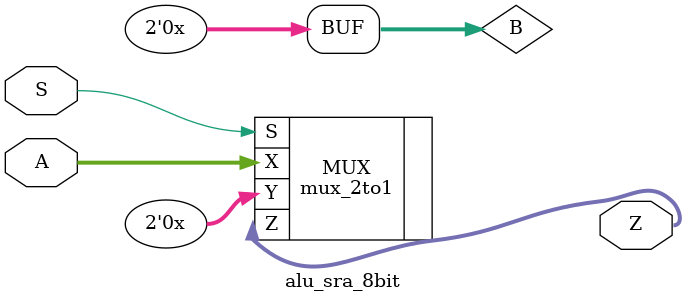
<source format=v>
`timescale 1ns / 1ps
`default_nettype none
module alu_sra_8bit(A, S, Z);

    parameter N = 2;

	//port definitions

	input wire [(N-1):0] A;
	input wire S;
    output wire [(N-1):0] Z;
    wire [(N-1):0] B;

    assign B[N-9:0] = A[N-1:8];
    assign B[N-1:N-8] = 8'b1;
    
	mux_2to1 #(.N(N)) MUX (.X(A), .Y(B), .S(S), .Z(Z));
endmodule
`default_nettype wire


</source>
